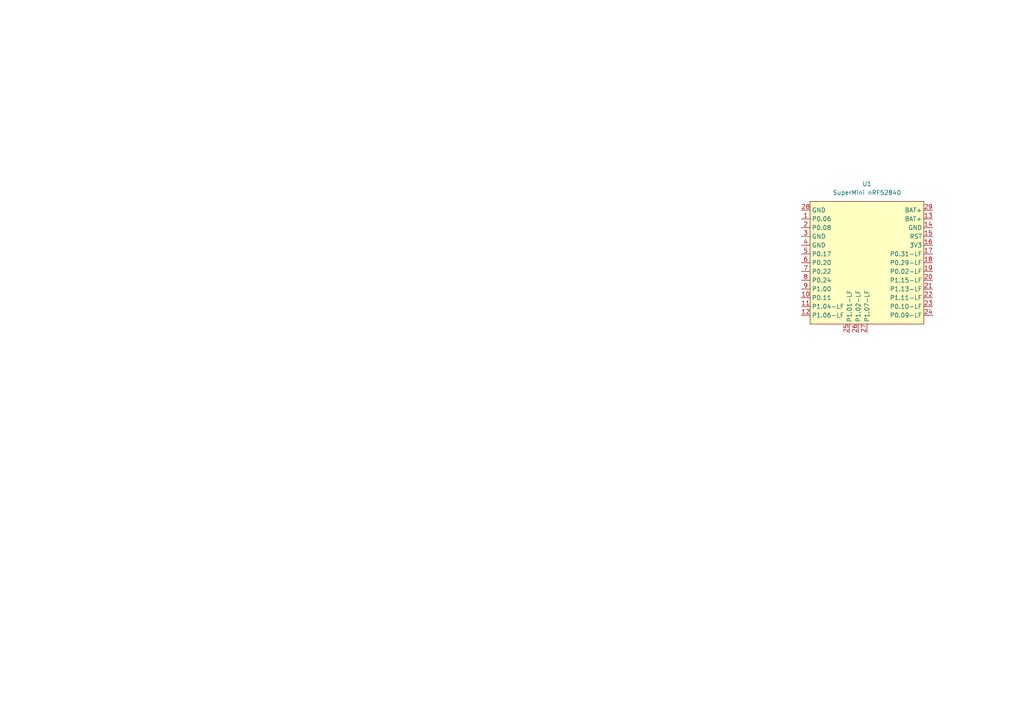
<source format=kicad_sch>
(kicad_sch (version 20250114) (generator "eeschema") (generator_version "9.0")
  (paper "A4")
  (lib_symbols
    (symbol "PCM_marbastlib-promicroish:SuperMini_nRF52840" (in_bom no)
      (property "Reference" "U" (at 0 22.86 0))
      (property "Value" "SuperMini nRF52840" (at 0 20.32 0))
      (symbol "SuperMini_nRF52840_0_0"
        (pin bidirectional line (at -19.05 13.97 0) (length 2.54) (name "P0.06") (number "1"))
        (pin bidirectional line (at -19.05 11.43 0) (length 2.54) (name "P0.08") (number "2"))
        (pin power_out line (at -19.05 8.89 0) (length 2.54) (name "GND") (number "3"))
        (pin power_out line (at -19.05 6.35 0) (length 2.54) (name "GND") (number "4"))
        (pin bidirectional line (at -19.05 3.81 0) (length 2.54) (name "P0.17") (number "5"))
        (pin bidirectional line (at -19.05 1.27 0) (length 2.54) (name "P0.20") (number "6"))
        (pin bidirectional line (at -19.05 -1.27 0) (length 2.54) (name "P0.22") (number "7"))
        (pin bidirectional line (at -19.05 -3.81 0) (length 2.54) (name "P0.24") (number "8"))
        (pin bidirectional line (at -19.05 -6.35 0) (length 2.54) (name "P1.00") (number "9"))
        (pin bidirectional line (at -19.05 -8.89 0) (length 2.54) (name "P0.11") (number "10"))
        (pin bidirectional line (at -19.05 -11.43 0) (length 2.54) (name "P1.04-LF") (number "11"))
        (pin bidirectional line (at -19.05 -13.97 0) (length 2.54) (name "P1.06-LF") (number "12"))
        (pin power_out line (at 19.05 11.43 180) (length 2.54) (name "GND") (number "14"))
        (pin bidirectional line (at 19.05 8.89 180) (length 2.54) (name "RST") (number "15"))
        (pin bidirectional line (at 19.05 3.81 180) (length 2.54) (name "P0.31-LF") (number "17"))
        (pin bidirectional line (at 19.05 1.27 180) (length 2.54) (name "P0.29-LF") (number "18"))
        (pin bidirectional line (at 19.05 -1.27 180) (length 2.54) (name "P0.02-LF") (number "19"))
        (pin bidirectional line (at 19.05 -3.81 180) (length 2.54) (name "P1.15-LF") (number "20"))
        (pin bidirectional line (at 19.05 -6.35 180) (length 2.54) (name "P1.13-LF") (number "21"))
        (pin bidirectional line (at 19.05 -8.89 180) (length 2.54) (name "P1.11-LF") (number "22"))
        (pin bidirectional line (at 19.05 -13.97 180) (length 2.54) (name "P0.09-LF") (number "24"))
      )
      (symbol "SuperMini_nRF52840_1_0"
        (pin power_out line (at -19.05 16.51 0) (length 2.54) (name "GND") (number "28"))
        (pin bidirectional line (at -5.08 -19.05 90) (length 2.54) (name "P1.01-LF") (number "25"))
        (pin bidirectional line (at -2.54 -19.05 90) (length 2.54) (name "P1.02-LF") (number "26"))
        (pin bidirectional line (at 0 -19.05 90) (length 2.54) (name "P1.07-LF") (number "27"))
        (pin power_out line (at 19.05 16.51 180) (length 2.54) (name "BAT+") (number "29"))
        (pin power_out line (at 19.05 13.97 180) (length 2.54) (name "BAT+") (number "13"))
        (pin power_out line (at 19.05 6.35 180) (length 2.54) (name "3V3") (number "16"))
        (pin bidirectional line (at 19.05 -11.43 180) (length 2.54) (name "P0.10-LF") (number "23"))
      )
      (symbol "SuperMini_nRF52840_1_1"
        (rectangle (start -16.51 19.05) (end 16.51 -16.51) (fill (type background)))
      )
    )
  )
  (symbol (lib_id "PCM_marbastlib-promicroish:SuperMini_nRF52840") (at 251.46 77.47 0) (unit 1) (in_bom no)
    (property "Reference" "U1" (at 251.46 53.34 0))
    (property "Value" "SuperMini nRF52840" (at 251.46 55.88 0))
    (property "Footprint" "PCM_marbastlib-xp-promicroish:SuperMini_nRF52840_AH_USBup" (effects (hide yes)))
    (property "Datasheet" "https://wiki.icbbuy.com/doku.php?id=developmentboard:nrf52840" (effects (hide yes)))
    (property "Description" "Symbol for an nicekeyboards nice!nano" (effects (hide yes)))
  )
)
</source>
